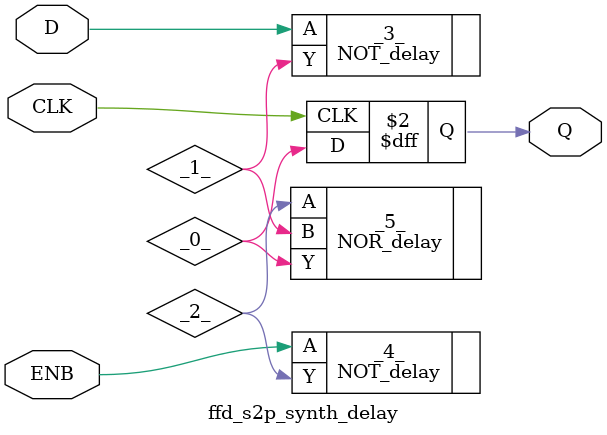
<source format=v>
/* Generated by Yosys 0.7 (git sha1 UNKNOWN, clang 5.0.1 -march=x86-64 -mtune=generic -O2 -fstack-protector-strong -fno-plt -fPIC -Os) */

module ffd_s2p_synth_delay(CLK, D, ENB, Q);
  wire _0_;
  wire _1_;
  wire _2_;
  input CLK;
  input D;
  input ENB;
  output Q;
  reg Q;
  NOT_delay _3_ (
    .A(D),
    .Y(_1_)
  );
  NOT_delay _4_ (
    .A(ENB),
    .Y(_2_)
  );
  NOR_delay _5_ (
    .A(_2_),
    .B(_1_),
    .Y(_0_)
  );
  always @(posedge CLK)
      Q <= #15  _0_;
endmodule

</source>
